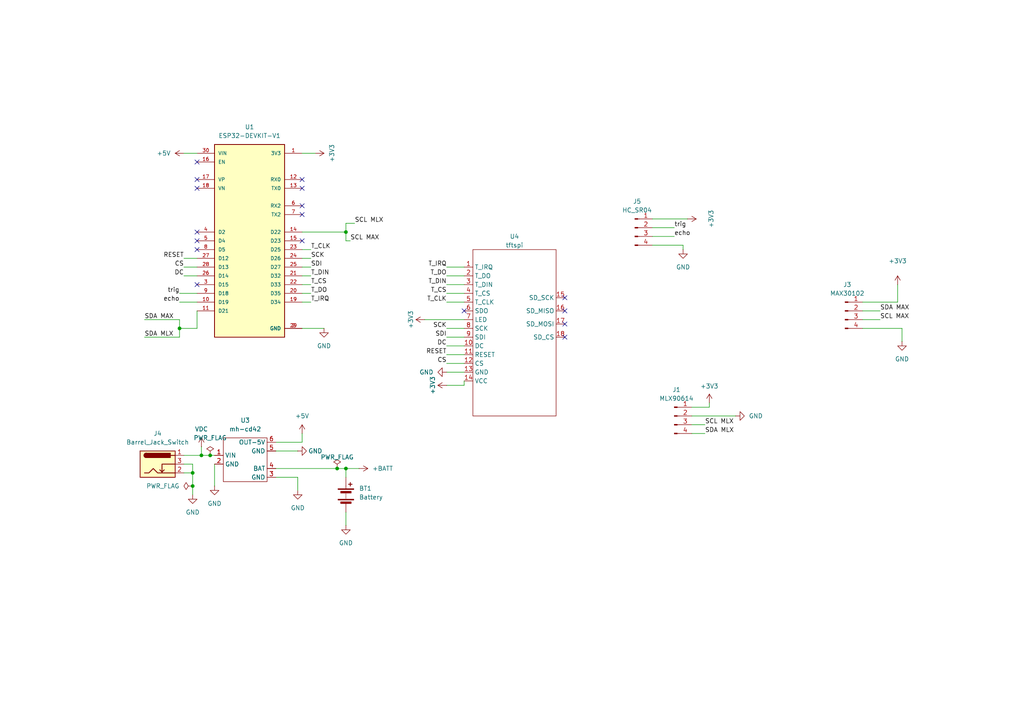
<source format=kicad_sch>
(kicad_sch (version 20231120) (generator "eeschema") (generator_version "8.0")
  (paper "A4")
  (lib_symbols
    (symbol "Conn_01x04_Pin_1" (pin_names (offset 1.016) hide)
      (property "Reference" "J1" (at 0.635 7.62 0))
      (property "Value" "HC_SR04" (at 0.635 5.08 0))
      (symbol "Conn_01x04_Pin_1_1_1"
        (polyline (pts (xy 1.27 -5.08) (xy 0.8636 -5.08)) (stroke (width 0.1524)))
        (polyline (pts (xy 1.27 -2.54) (xy 0.8636 -2.54)) (stroke (width 0.1524)))
        (polyline (pts (xy 1.27 0) (xy 0.8636 0)) (stroke (width 0.1524)))
        (polyline (pts (xy 1.27 2.54) (xy 0.8636 2.54)) (stroke (width 0.1524)))
        (rectangle (start 0.8636 -4.953) (end 0 -5.207) (stroke (width 0.1524)) (fill (type outline)))
        (rectangle (start 0.8636 -2.413) (end 0 -2.667) (stroke (width 0.1524)) (fill (type outline)))
        (rectangle (start 0.8636 0.127) (end 0 -0.127) (stroke (width 0.1524)) (fill (type outline)))
        (rectangle (start 0.8636 2.667) (end 0 2.413) (stroke (width 0.1524)) (fill (type outline)))
        (pin passive line (at 5.08 2.54 180) (length 3.81) (name "Pin_1") (number "1"))
        (pin passive line (at 5.08 0 180) (length 3.81) (name "Pin_2") (number "2"))
        (pin passive line (at 5.08 -2.54 180) (length 3.81) (name "Pin_3") (number "3"))
        (pin passive line (at 5.08 -5.08 180) (length 3.81) (name "Pin_4") (number "4"))
      )
    )
    (symbol "Connector:Barrel_Jack_Switch" (pin_names hide)
      (property "Reference" "J" (at 0 5.334 0))
      (property "Value" "Barrel_Jack_Switch" (at 0 -5.08 0))
      (symbol "Barrel_Jack_Switch_0_1"
        (rectangle (start -5.08 3.81) (end 5.08 -3.81) (stroke (width 0.254)) (fill (type background)))
        (arc (start -3.302 3.175) (mid -3.9343 2.54) (end -3.302 1.905) (stroke (width 0.254)))
        (arc (start -3.302 3.175) (mid -3.9343 2.54) (end -3.302 1.905) (stroke (width 0.254)) (fill (type outline)))
        (polyline (pts (xy 1.27 -2.286) (xy 1.905 -1.651)) (stroke (width 0.254)))
        (polyline (pts (xy 5.08 2.54) (xy 3.81 2.54)) (stroke (width 0.254)))
        (polyline (pts (xy 5.08 0) (xy 1.27 0) (xy 1.27 -2.286) (xy 0.635 -1.651)) (stroke (width 0.254)))
        (polyline (pts (xy -3.81 -2.54) (xy -2.54 -2.54) (xy -1.27 -1.27) (xy 0 -2.54) (xy 2.54 -2.54) (xy 5.08 -2.54)) (stroke (width 0.254)))
        (rectangle (start 3.683 3.175) (end -3.302 1.905) (stroke (width 0.254)) (fill (type outline)))
      )
      (symbol "Barrel_Jack_Switch_1_1"
        (pin passive line (at 7.62 2.54 180) (length 2.54) (name "~") (number "1"))
        (pin passive line (at 7.62 -2.54 180) (length 2.54) (name "~") (number "2"))
        (pin passive line (at 7.62 0 180) (length 2.54) (name "~") (number "3"))
      )
    )
    (symbol "Connector:Conn_01x04_Pin" (pin_names (offset 1.016) hide)
      (property "Reference" "J" (at 0 5.08 0))
      (property "Value" "Conn_01x04_Pin" (at 0 -7.62 0))
      (symbol "Conn_01x04_Pin_1_1"
        (polyline (pts (xy 1.27 -5.08) (xy 0.8636 -5.08)) (stroke (width 0.1524)))
        (polyline (pts (xy 1.27 -2.54) (xy 0.8636 -2.54)) (stroke (width 0.1524)))
        (polyline (pts (xy 1.27 0) (xy 0.8636 0)) (stroke (width 0.1524)))
        (polyline (pts (xy 1.27 2.54) (xy 0.8636 2.54)) (stroke (width 0.1524)))
        (rectangle (start 0.8636 -4.953) (end 0 -5.207) (stroke (width 0.1524)) (fill (type outline)))
        (rectangle (start 0.8636 -2.413) (end 0 -2.667) (stroke (width 0.1524)) (fill (type outline)))
        (rectangle (start 0.8636 0.127) (end 0 -0.127) (stroke (width 0.1524)) (fill (type outline)))
        (rectangle (start 0.8636 2.667) (end 0 2.413) (stroke (width 0.1524)) (fill (type outline)))
        (pin passive line (at 5.08 2.54 180) (length 3.81) (name "Pin_1") (number "1"))
        (pin passive line (at 5.08 0 180) (length 3.81) (name "Pin_2") (number "2"))
        (pin passive line (at 5.08 -2.54 180) (length 3.81) (name "Pin_3") (number "3"))
        (pin passive line (at 5.08 -5.08 180) (length 3.81) (name "Pin_4") (number "4"))
      )
    )
    (symbol "Device:Battery" (pin_numbers hide) (pin_names (offset 0) hide)
      (property "Reference" "BT" (at 2.54 2.54 0))
      (property "Value" "Battery" (at 2.54 0 0))
      (symbol "Battery_0_1"
        (rectangle (start -2.286 -1.27) (end 2.286 -1.524) (fill (type outline)))
        (rectangle (start -2.286 1.778) (end 2.286 1.524) (fill (type outline)))
        (rectangle (start -1.524 -2.032) (end 1.524 -2.54) (fill (type outline)))
        (rectangle (start -1.524 1.016) (end 1.524 0.508) (fill (type outline)))
        (polyline (pts (xy 0 -1.016) (xy 0 -0.762)))
        (polyline (pts (xy 0 -0.508) (xy 0 -0.254)))
        (polyline (pts (xy 0 0) (xy 0 0.254)))
        (polyline (pts (xy 0 1.778) (xy 0 2.54)))
        (polyline (pts (xy 0.762 3.048) (xy 1.778 3.048)) (stroke (width 0.254)))
        (polyline (pts (xy 1.27 3.556) (xy 1.27 2.54)) (stroke (width 0.254)))
      )
      (symbol "Battery_1_1"
        (pin passive line (at 0 5.08 270) (length 2.54) (name "+") (number "1"))
        (pin passive line (at 0 -5.08 90) (length 2.54) (name "-") (number "2"))
      )
    )
    (symbol "cd42:mh-cd42"
      (property "Reference" "U" (at 0 7.62 0))
      (property "Value" "mh-cd42" (at 0 -7.62 0))
      (symbol "mh-cd42_0_1"
        (rectangle (start -6.35 6.35) (end 6.35 -6.35))
      )
      (symbol "mh-cd42_1_1"
        (pin power_in line (at -8.89 1.27 0) (length 2.54) (name "VIN") (number "1"))
        (pin passive line (at -8.89 -1.27 0) (length 2.54) (name "GND") (number "2"))
        (pin passive line (at 8.89 -5.08 180) (length 2.54) (name "GND") (number "3"))
        (pin passive line (at 8.89 -2.54 180) (length 2.54) (name "BAT") (number "4"))
        (pin passive line (at 8.89 2.54 180) (length 2.54) (name "GND") (number "5"))
        (pin power_out line (at 8.89 5.08 180) (length 2.54) (name "OUT-5V") (number "6"))
      )
    )
    (symbol "devKit_esp_32:ESP32-DEVKIT-V1" (pin_names (offset 1.016))
      (property "Reference" "U" (at -10.16 30.48 0))
      (property "Value" "ESP32-DEVKIT-V1" (at -10.16 -30.48 0))
      (symbol "ESP32-DEVKIT-V1_0_0"
        (rectangle (start -10.16 -27.94) (end 10.16 27.94) (stroke (width 0.254)) (fill (type background)))
        (pin output line (at 15.24 25.4 180) (length 5.08) (name "3V3") (number "1"))
        (pin bidirectional line (at -15.24 -17.78 0) (length 5.08) (name "D19") (number "10"))
        (pin bidirectional line (at -15.24 -20.32 0) (length 5.08) (name "D21") (number "11"))
        (pin input line (at 15.24 17.78 180) (length 5.08) (name "RX0") (number "12"))
        (pin output line (at 15.24 15.24 180) (length 5.08) (name "TX0") (number "13"))
        (pin bidirectional line (at 15.24 2.54 180) (length 5.08) (name "D22") (number "14"))
        (pin bidirectional line (at 15.24 0 180) (length 5.08) (name "D23") (number "15"))
        (pin input line (at -15.24 22.86 0) (length 5.08) (name "EN") (number "16"))
        (pin bidirectional line (at -15.24 17.78 0) (length 5.08) (name "VP") (number "17"))
        (pin bidirectional line (at -15.24 15.24 0) (length 5.08) (name "VN") (number "18"))
        (pin bidirectional line (at 15.24 -17.78 180) (length 5.08) (name "D34") (number "19"))
        (pin power_in line (at 15.24 -25.4 180) (length 5.08) (name "GND") (number "2"))
        (pin bidirectional line (at 15.24 -15.24 180) (length 5.08) (name "D35") (number "20"))
        (pin bidirectional line (at 15.24 -10.16 180) (length 5.08) (name "D32") (number "21"))
        (pin bidirectional line (at 15.24 -12.7 180) (length 5.08) (name "D33") (number "22"))
        (pin bidirectional line (at 15.24 -2.54 180) (length 5.08) (name "D25") (number "23"))
        (pin bidirectional line (at 15.24 -5.08 180) (length 5.08) (name "D26") (number "24"))
        (pin bidirectional line (at 15.24 -7.62 180) (length 5.08) (name "D27") (number "25"))
        (pin bidirectional line (at -15.24 -10.16 0) (length 5.08) (name "D14") (number "26"))
        (pin bidirectional line (at -15.24 -5.08 0) (length 5.08) (name "D12") (number "27"))
        (pin bidirectional line (at -15.24 -7.62 0) (length 5.08) (name "D13") (number "28"))
        (pin power_in line (at 15.24 -25.4 180) (length 5.08) (name "GND") (number "29"))
        (pin bidirectional line (at -15.24 -12.7 0) (length 5.08) (name "D15") (number "3"))
        (pin input line (at -15.24 25.4 0) (length 5.08) (name "VIN") (number "30"))
        (pin bidirectional line (at -15.24 2.54 0) (length 5.08) (name "D2") (number "4"))
        (pin bidirectional line (at -15.24 0 0) (length 5.08) (name "D4") (number "5"))
        (pin input line (at 15.24 10.16 180) (length 5.08) (name "RX2") (number "6"))
        (pin output line (at 15.24 7.62 180) (length 5.08) (name "TX2") (number "7"))
        (pin bidirectional line (at -15.24 -2.54 0) (length 5.08) (name "D5") (number "8"))
        (pin bidirectional line (at -15.24 -15.24 0) (length 5.08) (name "D18") (number "9"))
      )
    )
    (symbol "power:+3V3" (power) (pin_numbers hide) (pin_names (offset 0) hide)
      (property "Value" "+3V3" (at 0 3.556 0))
      (symbol "+3V3_0_1"
        (polyline (pts (xy -0.762 1.27) (xy 0 2.54)))
        (polyline (pts (xy 0 0) (xy 0 2.54)))
        (polyline (pts (xy 0 2.54) (xy 0.762 1.27)))
      )
      (symbol "+3V3_1_1"
        (pin power_in line (at 0 0 90) (length 0) (name "~") (number "1"))
      )
    )
    (symbol "power:+5V" (power) (pin_numbers hide) (pin_names (offset 0) hide)
      (property "Value" "+5V" (at 0 3.556 0))
      (symbol "+5V_0_1"
        (polyline (pts (xy -0.762 1.27) (xy 0 2.54)))
        (polyline (pts (xy 0 0) (xy 0 2.54)))
        (polyline (pts (xy 0 2.54) (xy 0.762 1.27)))
      )
      (symbol "+5V_1_1"
        (pin power_in line (at 0 0 90) (length 0) (name "~") (number "1"))
      )
    )
    (symbol "power:+BATT" (power) (pin_numbers hide) (pin_names (offset 0) hide)
      (property "Value" "+BATT" (at 0 3.556 0))
      (symbol "+BATT_0_1"
        (polyline (pts (xy -0.762 1.27) (xy 0 2.54)))
        (polyline (pts (xy 0 0) (xy 0 2.54)))
        (polyline (pts (xy 0 2.54) (xy 0.762 1.27)))
      )
      (symbol "+BATT_1_1"
        (pin power_in line (at 0 0 90) (length 0) (name "~") (number "1"))
      )
    )
    (symbol "power:GND" (power) (pin_numbers hide) (pin_names (offset 0) hide)
      (property "Value" "GND" (at 0 -3.81 0))
      (symbol "GND_0_1"
        (polyline (pts (xy 0 0) (xy 0 -1.27) (xy 1.27 -1.27) (xy 0 -2.54) (xy -1.27 -1.27) (xy 0 -1.27)))
      )
      (symbol "GND_1_1"
        (pin power_in line (at 0 0 270) (length 0) (name "~") (number "1"))
      )
    )
    (symbol "power:PWR_FLAG" (power) (pin_numbers hide) (pin_names (offset 0) hide)
      (property "Value" "PWR_FLAG" (at 0 3.81 0))
      (symbol "PWR_FLAG_0_0"
        (pin power_out line (at 0 0 90) (length 0) (name "~") (number "1"))
      )
      (symbol "PWR_FLAG_0_1"
        (polyline (pts (xy 0 0) (xy 0 1.27) (xy -1.016 1.905) (xy 0 2.54) (xy 1.016 1.905) (xy 0 1.27)))
      )
    )
    (symbol "power:VDC" (power) (pin_numbers hide) (pin_names (offset 0) hide)
      (property "Value" "VDC" (at 0 3.556 0))
      (symbol "VDC_0_1"
        (polyline (pts (xy -0.762 1.27) (xy 0 2.54)))
        (polyline (pts (xy 0 0) (xy 0 2.54)))
        (polyline (pts (xy 0 2.54) (xy 0.762 1.27)))
      )
      (symbol "VDC_1_1"
        (pin power_in line (at 0 0 90) (length 0) (name "~") (number "1"))
      )
    )
    (symbol "tftspi_1"
      (property "Reference" "U" (at 0 0 0))
      (symbol "tftspi_1_0_1"
        (rectangle (start -11.43 12.7) (end 12.7 -35.56))
      )
      (symbol "tftspi_1_1_1"
        (pin passive line (at -13.97 7.62 0) (length 2.54) (name "T_IRQ") (number "1"))
        (pin passive line (at -13.97 -15.24 0) (length 2.54) (name "DC") (number "10"))
        (pin passive line (at -13.97 -17.78 0) (length 2.54) (name "RESET") (number "11"))
        (pin passive line (at -13.97 -20.32 0) (length 2.54) (name "CS") (number "12"))
        (pin passive line (at -13.97 -22.86 0) (length 2.54) (name "GND") (number "13"))
        (pin power_in line (at -13.97 -25.4 0) (length 2.54) (name "VCC") (number "14"))
        (pin passive line (at 15.24 -1.27 180) (length 2.54) (name "SD_SCK") (number "15"))
        (pin passive line (at 15.24 -5.08 180) (length 2.54) (name "SD_MISO") (number "16"))
        (pin passive line (at 15.24 -8.89 180) (length 2.54) (name "SD_MOSI") (number "17"))
        (pin passive line (at 15.24 -12.7 180) (length 2.54) (name "SD_CS") (number "18"))
        (pin passive line (at -13.97 5.08 0) (length 2.54) (name "T_DO") (number "2"))
        (pin passive line (at -13.97 2.54 0) (length 2.54) (name "T_DIN") (number "3"))
        (pin passive line (at -13.97 0 0) (length 2.54) (name "T_CS") (number "4"))
        (pin passive line (at -13.97 -2.54 0) (length 2.54) (name "T_CLK") (number "5"))
        (pin passive line (at -13.97 -5.08 0) (length 2.54) (name "SDO") (number "6"))
        (pin passive line (at -13.97 -7.62 0) (length 2.54) (name "LED") (number "7"))
        (pin passive line (at -13.97 -10.16 0) (length 2.54) (name "SCK") (number "8"))
        (pin passive line (at -13.97 -12.7 0) (length 2.54) (name "SDI") (number "9"))
      )
    )
  )
  (junction (at 58.42 132.08))
  (junction (at 55.88 140.97))
  (junction (at 97.79 135.89))
  (junction (at 100.33 67.31))
  (junction (at 55.88 137.16))
  (junction (at 100.33 135.89))
  (junction (at 60.96 132.08))
  (junction (at 52.07 95.25))
  (no_connect (at 57.15 82.55))
  (no_connect (at 163.83 86.36))
  (no_connect (at 57.15 52.07))
  (no_connect (at 163.83 97.79))
  (no_connect (at 87.63 52.07))
  (no_connect (at 57.15 72.39))
  (no_connect (at 87.63 62.23))
  (no_connect (at 57.15 46.99))
  (no_connect (at 134.62 90.17))
  (no_connect (at 87.63 54.61))
  (no_connect (at 163.83 93.98))
  (no_connect (at 87.63 69.85))
  (no_connect (at 57.15 67.31))
  (no_connect (at 57.15 54.61))
  (no_connect (at 57.15 69.85))
  (no_connect (at 87.63 59.69))
  (no_connect (at 163.83 90.17))
  (wire (pts (xy 250.19 92.71) (xy 255.27 92.71)))
  (wire (pts (xy 100.33 64.77) (xy 100.33 67.31)))
  (wire (pts (xy 57.15 95.25) (xy 57.15 90.17)))
  (wire (pts (xy 129.54 95.25) (xy 134.62 95.25)))
  (wire (pts (xy 129.54 77.47) (xy 134.62 77.47)))
  (wire (pts (xy 129.54 107.95) (xy 134.62 107.95)))
  (wire (pts (xy 87.63 67.31) (xy 100.33 67.31)))
  (wire (pts (xy 58.42 129.54) (xy 58.42 132.08)))
  (wire (pts (xy 100.33 135.89) (xy 97.79 135.89)))
  (wire (pts (xy 62.23 134.62) (xy 62.23 140.97)))
  (wire (pts (xy 189.23 63.5) (xy 199.39 63.5)))
  (wire (pts (xy 52.07 92.71) (xy 41.91 92.71)))
  (wire (pts (xy 250.19 90.17) (xy 255.27 90.17)))
  (wire (pts (xy 53.34 44.45) (xy 57.15 44.45)))
  (wire (pts (xy 189.23 66.04) (xy 195.58 66.04)))
  (wire (pts (xy 100.33 135.89) (xy 104.14 135.89)))
  (wire (pts (xy 189.23 68.58) (xy 195.58 68.58)))
  (wire (pts (xy 80.01 128.27) (xy 87.63 128.27)))
  (wire (pts (xy 87.63 128.27) (xy 87.63 125.73)))
  (wire (pts (xy 129.54 105.41) (xy 134.62 105.41)))
  (wire (pts (xy 200.66 125.73) (xy 204.47 125.73)))
  (wire (pts (xy 87.63 95.25) (xy 93.98 95.25)))
  (wire (pts (xy 53.34 77.47) (xy 57.15 77.47)))
  (wire (pts (xy 53.34 74.93) (xy 57.15 74.93)))
  (wire (pts (xy 52.07 95.25) (xy 52.07 97.79)))
  (wire (pts (xy 100.33 135.89) (xy 100.33 138.43)))
  (wire (pts (xy 55.88 134.62) (xy 55.88 137.16)))
  (wire (pts (xy 53.34 80.01) (xy 57.15 80.01)))
  (wire (pts (xy 102.87 64.77) (xy 100.33 64.77)))
  (wire (pts (xy 87.63 85.09) (xy 90.17 85.09)))
  (wire (pts (xy 55.88 140.97) (xy 55.88 143.51)))
  (wire (pts (xy 52.07 85.09) (xy 57.15 85.09)))
  (wire (pts (xy 261.62 95.25) (xy 250.19 95.25)))
  (wire (pts (xy 205.74 118.11) (xy 205.74 116.84)))
  (wire (pts (xy 55.88 137.16) (xy 53.34 137.16)))
  (wire (pts (xy 100.33 148.59) (xy 100.33 152.4)))
  (wire (pts (xy 129.54 85.09) (xy 134.62 85.09)))
  (wire (pts (xy 87.63 80.01) (xy 90.17 80.01)))
  (wire (pts (xy 86.36 138.43) (xy 86.36 142.24)))
  (wire (pts (xy 129.54 87.63) (xy 134.62 87.63)))
  (wire (pts (xy 52.07 87.63) (xy 57.15 87.63)))
  (wire (pts (xy 100.33 69.85) (xy 101.6 69.85)))
  (wire (pts (xy 200.66 123.19) (xy 204.47 123.19)))
  (wire (pts (xy 100.33 67.31) (xy 100.33 69.85)))
  (wire (pts (xy 200.66 120.65) (xy 213.36 120.65)))
  (wire (pts (xy 58.42 132.08) (xy 60.96 132.08)))
  (wire (pts (xy 260.35 87.63) (xy 260.35 82.55)))
  (wire (pts (xy 129.54 111.76) (xy 134.62 111.76)))
  (wire (pts (xy 129.54 82.55) (xy 134.62 82.55)))
  (wire (pts (xy 97.79 135.89) (xy 80.01 135.89)))
  (wire (pts (xy 87.63 72.39) (xy 90.17 72.39)))
  (wire (pts (xy 129.54 102.87) (xy 134.62 102.87)))
  (wire (pts (xy 80.01 130.81) (xy 86.36 130.81)))
  (wire (pts (xy 52.07 95.25) (xy 57.15 95.25)))
  (wire (pts (xy 55.88 137.16) (xy 55.88 140.97)))
  (wire (pts (xy 87.63 77.47) (xy 90.17 77.47)))
  (wire (pts (xy 87.63 87.63) (xy 90.17 87.63)))
  (wire (pts (xy 87.63 44.45) (xy 91.44 44.45)))
  (wire (pts (xy 129.54 100.33) (xy 134.62 100.33)))
  (wire (pts (xy 123.19 92.71) (xy 134.62 92.71)))
  (wire (pts (xy 87.63 82.55) (xy 90.17 82.55)))
  (wire (pts (xy 129.54 97.79) (xy 134.62 97.79)))
  (wire (pts (xy 261.62 99.06) (xy 261.62 95.25)))
  (wire (pts (xy 80.01 138.43) (xy 86.36 138.43)))
  (wire (pts (xy 87.63 74.93) (xy 90.17 74.93)))
  (wire (pts (xy 189.23 71.12) (xy 198.12 71.12)))
  (wire (pts (xy 53.34 134.62) (xy 55.88 134.62)))
  (wire (pts (xy 52.07 92.71) (xy 52.07 95.25)))
  (wire (pts (xy 53.34 132.08) (xy 58.42 132.08)))
  (wire (pts (xy 41.91 97.79) (xy 52.07 97.79)))
  (wire (pts (xy 134.62 110.49) (xy 134.62 111.76)))
  (wire (pts (xy 198.12 71.12) (xy 198.12 72.39)))
  (wire (pts (xy 129.54 80.01) (xy 134.62 80.01)))
  (wire (pts (xy 200.66 118.11) (xy 205.74 118.11)))
  (wire (pts (xy 60.96 132.08) (xy 62.23 132.08)))
  (wire (pts (xy 250.19 87.63) (xy 260.35 87.63)))
  (label "trig" (at 52.07 85.09 180))
  (label "T_CS" (at 129.54 85.09 180))
  (label "SCL MAX" (at 101.6 69.85 0))
  (label "T_CLK" (at 90.17 72.39 0))
  (label "T_IRQ" (at 129.54 77.47 180))
  (label "CS" (at 53.34 77.47 180))
  (label "SDA MAX" (at 255.27 90.17 0))
  (label "SDI" (at 90.17 77.47 0))
  (label "echo" (at 52.07 87.63 180))
  (label "SCL MLX" (at 102.87 64.77 0))
  (label "RESET" (at 129.54 102.87 180))
  (label "DC" (at 129.54 100.33 180))
  (label "SCK" (at 129.54 95.25 180))
  (label "SCL MLX" (at 204.47 123.19 0))
  (label "CS" (at 129.54 105.41 180))
  (label "SDA MLX" (at 204.47 125.73 0))
  (label "trig" (at 195.58 66.04 0))
  (label "RESET" (at 53.34 74.93 180))
  (label "SDA MLX" (at 41.91 97.79 0))
  (label "T_IRQ" (at 90.17 87.63 0))
  (label "T_CS" (at 90.17 82.55 0))
  (label "DC" (at 53.34 80.01 180))
  (label "SCL MAX" (at 255.27 92.71 0))
  (label "T_DIN" (at 90.17 80.01 0))
  (label "T_DO" (at 90.17 85.09 0))
  (label "echo" (at 195.58 68.58 0))
  (label "T_DIN" (at 129.54 82.55 180))
  (label "SCK" (at 90.17 74.93 0))
  (label "T_CLK" (at 129.54 87.63 180))
  (label "T_DO" (at 129.54 80.01 180))
  (label "SDA MAX" (at 41.91 92.71 0))
  (label "SDI" (at 129.54 97.79 180))
  (symbol (lib_id "power:GND") (at 198.12 72.39 0) (unit 1)
    (property "Reference" "#PWR021" (effects (hide yes)))
    (property "Value" "GND" (at 198.12 77.47 0))
    (property "Description" "Power symbol creates a global label with name \"GND\" , ground" (effects (hide yes)))
  )
  (symbol (lib_id "power:+3V3") (at 123.19 92.71 90) (unit 1)
    (property "Reference" "#PWR018" (effects (hide yes)))
    (property "Value" "+3V3" (at 119.126 92.71 0))
    (property "Description" "Power symbol creates a global label with name \"+3V3\"" (effects (hide yes)))
  )
  (symbol (lib_id "power:+5V") (at 87.63 125.73 0) (unit 1)
    (property "Reference" "#PWR02" (effects (hide yes)))
    (property "Value" "+5V" (at 87.63 120.65 0))
    (property "Description" "Power symbol creates a global label with name \"+5V\"" (effects (hide yes)))
  )
  (symbol (lib_id "power:PWR_FLAG") (at 97.79 135.89 0) (unit 1)
    (property "Reference" "#FLG02" (effects (hide yes)))
    (property "Value" "PWR_FLAG" (at 97.79 132.588 0))
    (property "Description" "Special symbol for telling ERC where power comes from" (effects (hide yes)))
  )
  (symbol (lib_id "power:+3V3") (at 205.74 116.84 0) (unit 1)
    (property "Reference" "#PWR05" (effects (hide yes)))
    (property "Value" "+3V3" (at 205.74 112.014 0))
    (property "Description" "Power symbol creates a global label with name \"+3V3\"" (effects (hide yes)))
  )
  (symbol (lib_id "power:+5V") (at 53.34 44.45 90) (unit 1)
    (property "Reference" "#PWR019" (effects (hide yes)))
    (property "Value" "+5V" (at 49.53 44.4499 90) (effects (justify left)))
    (property "Description" "Power symbol creates a global label with name \"+5V\"" (effects (hide yes)))
  )
  (symbol (lib_id "power:GND") (at 86.36 130.81 90) (unit 1)
    (property "Reference" "#PWR012" (effects (hide yes)))
    (property "Value" "GND" (at 89.408 130.81 90) (effects (justify right)))
    (property "Description" "Power symbol creates a global label with name \"GND\" , ground" (effects (hide yes)))
  )
  (symbol (lib_id "power:VDC") (at 58.42 129.54 0) (unit 1)
    (property "Reference" "#PWR016" (effects (hide yes)))
    (property "Value" "VDC" (at 58.42 124.46 0))
    (property "Description" "Power symbol creates a global label with name \"VDC\"" (effects (hide yes)))
  )
  (symbol (lib_id "power:+3V3") (at 91.44 44.45 270) (unit 1)
    (property "Reference" "#PWR020" (effects (hide yes)))
    (property "Value" "+3V3" (at 96.266 44.45 0))
    (property "Description" "Power symbol creates a global label with name \"+3V3\"" (effects (hide yes)))
  )
  (symbol (lib_name "tftspi_1") (lib_id "tftspi:tftspi") (at 148.59 85.09 0) (unit 1)
    (property "Reference" "U4" (at 149.225 68.58 0))
    (property "Value" "tftspi" (at 149.225 71.12 0))
    (property "Footprint" "tftspi:tftspi" (effects (hide yes)))
  )
  (symbol (lib_id "Connector:Conn_01x04_Pin") (at 195.58 120.65 0) (unit 1)
    (property "Reference" "J1" (at 196.215 113.03 0))
    (property "Value" "MLX90614" (at 196.215 115.57 0))
    (property "Footprint" "Connector_PinHeader_2.54mm:PinHeader_1x04_P2.54mm_Vertical" (effects (hide yes)))
    (property "Description" "Generic connector, single row, 01x04, script generated" (effects (hide yes)))
  )
  (symbol (lib_id "Connector:Barrel_Jack_Switch") (at 45.72 134.62 0) (unit 1)
    (property "Reference" "J4" (at 45.72 125.73 0))
    (property "Value" "Barrel_Jack_Switch" (at 45.72 128.27 0))
    (property "Footprint" "Connector_BarrelJack:BarrelJack_Horizontal" (effects (hide yes)))
    (property "Description" "DC Barrel Jack with an internal switch" (effects (hide yes)))
  )
  (symbol (lib_id "devKit_esp_32:ESP32-DEVKIT-V1") (at 72.39 69.85 0) (unit 1)
    (property "Reference" "U1" (at 72.39 36.83 0))
    (property "Value" "ESP32-DEVKIT-V1" (at 72.39 39.37 0))
    (property "Footprint" "devkit_esp_32:MODULE_ESP32_DEVKIT_V1" (effects (hide yes)))
    (property "MF" "Do it" (effects (hide yes)))
    (property "MAXIMUM_PACKAGE_HEIGHT" "6.8 mm" (effects (hide yes)))
    (property "Package" "None" (effects (hide yes)))
    (property "Price" "None" (effects (hide yes)))
    (property "Check_prices" "https://www.snapeda.com/parts/ESP32-DEVKIT-V1/Do+it/view-part/?ref=eda" (effects (hide yes)))
    (property "STANDARD" "Manufacturer Recommendations" (effects (hide yes)))
    (property "PARTREV" "N/A" (effects (hide yes)))
    (property "SnapEDA_Link" "https://www.snapeda.com/parts/ESP32-DEVKIT-V1/Do+it/view-part/?ref=snap" (effects (hide yes)))
    (property "MP" "ESP32-DEVKIT-V1" (effects (hide yes)))
    (property "Description_1" "\nDual core, Wi-Fi: 2.4 GHz up to 150 Mbits/s,BLE (Bluetooth Low Energy) and legacy Bluetooth, 32 bits, Up to 240 MHz\n" (effects (hide yes)))
    (property "Availability" "Not in stock" (effects (hide yes)))
    (property "MANUFACTURER" "DOIT" (effects (hide yes)))
  )
  (symbol (lib_id "power:PWR_FLAG") (at 55.88 140.97 90) (unit 1)
    (property "Reference" "#FLG03" (effects (hide yes)))
    (property "Value" "PWR_FLAG" (at 52.07 140.9699 90) (effects (justify left)))
    (property "Description" "Special symbol for telling ERC where power comes from" (effects (hide yes)))
  )
  (symbol (lib_id "power:GND") (at 129.54 107.95 270) (unit 1)
    (property "Reference" "#PWR01" (effects (hide yes)))
    (property "Value" "GND" (at 125.73 107.9499 90) (effects (justify right)))
    (property "Description" "Power symbol creates a global label with name \"GND\" , ground" (effects (hide yes)))
  )
  (symbol (lib_id "power:GND") (at 261.62 99.06 0) (unit 1)
    (property "Reference" "#PWR09" (effects (hide yes)))
    (property "Value" "GND" (at 261.62 104.14 0))
    (property "Description" "Power symbol creates a global label with name \"GND\" , ground" (effects (hide yes)))
  )
  (symbol (lib_id "power:GND") (at 55.88 143.51 0) (unit 1)
    (property "Reference" "#PWR014" (effects (hide yes)))
    (property "Value" "GND" (at 55.88 148.59 0))
    (property "Description" "Power symbol creates a global label with name \"GND\" , ground" (effects (hide yes)))
  )
  (symbol (lib_id "Connector:Conn_01x04_Pin") (at 245.11 90.17 0) (unit 1)
    (property "Reference" "J3" (at 245.745 82.55 0))
    (property "Value" "MAX30102" (at 245.745 85.09 0))
    (property "Footprint" "Connector_PinHeader_2.54mm:PinHeader_1x04_P2.54mm_Vertical" (effects (hide yes)))
    (property "Description" "Generic connector, single row, 01x04, script generated" (effects (hide yes)))
  )
  (symbol (lib_id "cd42:mh-cd42") (at 71.12 133.35 0) (unit 1)
    (property "Reference" "U3" (at 71.12 121.92 0))
    (property "Value" "mh-cd42" (at 71.12 124.46 0))
    (property "Footprint" "cd42:mh-cd42" (effects (hide yes)))
  )
  (symbol (lib_id "power:+3V3") (at 129.54 111.76 90) (unit 1)
    (property "Reference" "#PWR017" (effects (hide yes)))
    (property "Value" "+3V3" (at 125.476 111.76 0))
    (property "Description" "Power symbol creates a global label with name \"+3V3\"" (effects (hide yes)))
  )
  (symbol (lib_id "power:+BATT") (at 104.14 135.89 270) (unit 1)
    (property "Reference" "#PWR013" (effects (hide yes)))
    (property "Value" "+BATT" (at 107.95 135.8899 90) (effects (justify left)))
    (property "Description" "Power symbol creates a global label with name \"+BATT\"" (effects (hide yes)))
  )
  (symbol (lib_id "power:GND") (at 213.36 120.65 90) (unit 1)
    (property "Reference" "#PWR06" (effects (hide yes)))
    (property "Value" "GND" (at 217.17 120.6499 90) (effects (justify right)))
    (property "Description" "Power symbol creates a global label with name \"GND\" , ground" (effects (hide yes)))
  )
  (symbol (lib_id "power:+3V3") (at 260.35 82.55 0) (unit 1)
    (property "Reference" "#PWR010" (effects (hide yes)))
    (property "Value" "+3V3" (at 260.35 75.692 0))
    (property "Description" "Power symbol creates a global label with name \"+3V3\"" (effects (hide yes)))
  )
  (symbol (lib_name "Conn_01x04_Pin_1") (lib_id "Connector:Conn_01x04_Pin") (at 184.15 66.04 0) (unit 1)
    (property "Reference" "J5" (at 184.785 58.42 0))
    (property "Value" "HC_SR04" (at 184.785 60.96 0))
    (property "Footprint" "Connector_PinHeader_2.54mm:PinHeader_1x04_P2.54mm_Vertical" (effects (hide yes)))
    (property "Description" "Generic connector, single row, 01x04, script generated" (effects (hide yes)))
  )
  (symbol (lib_id "Device:Battery") (at 100.33 143.51 0) (unit 1)
    (property "Reference" "BT1" (at 104.14 141.6684 0) (effects (justify left)))
    (property "Value" "Battery" (at 104.14 144.2084 0) (effects (justify left)))
    (property "Footprint" "Battery:BatteryHolder_MPD_BH-18650-PC2" (effects (hide yes)))
    (property "Description" "Multiple-cell battery" (effects (hide yes)))
  )
  (symbol (lib_id "power:GND") (at 86.36 142.24 0) (unit 1)
    (property "Reference" "#PWR04" (effects (hide yes)))
    (property "Value" "GND" (at 86.36 147.32 0))
    (property "Description" "Power symbol creates a global label with name \"GND\" , ground" (effects (hide yes)))
  )
  (symbol (lib_id "power:+3V3") (at 199.39 63.5 270) (unit 1)
    (property "Reference" "#PWR022" (effects (hide yes)))
    (property "Value" "+3V3" (at 206.248 63.5 0))
    (property "Description" "Power symbol creates a global label with name \"+3V3\"" (effects (hide yes)))
  )
  (symbol (lib_id "power:PWR_FLAG") (at 60.96 132.08 0) (unit 1)
    (property "Reference" "#FLG01" (effects (hide yes)))
    (property "Value" "PWR_FLAG" (at 60.96 127 0))
    (property "Description" "Special symbol for telling ERC where power comes from" (effects (hide yes)))
  )
  (symbol (lib_id "power:GND") (at 100.33 152.4 0) (unit 1)
    (property "Reference" "#PWR03" (effects (hide yes)))
    (property "Value" "GND" (at 100.33 157.48 0))
    (property "Description" "Power symbol creates a global label with name \"GND\" , ground" (effects (hide yes)))
  )
  (symbol (lib_id "power:GND") (at 62.23 140.97 0) (unit 1)
    (property "Reference" "#PWR015" (effects (hide yes)))
    (property "Value" "GND" (at 62.23 146.05 0))
    (property "Description" "Power symbol creates a global label with name \"GND\" , ground" (effects (hide yes)))
  )
  (symbol (lib_id "power:GND") (at 93.98 95.25 0) (unit 1)
    (property "Reference" "#PWR011" (effects (hide yes)))
    (property "Value" "GND" (at 93.98 100.33 0))
    (property "Description" "Power symbol creates a global label with name \"GND\" , ground" (effects (hide yes)))
  )
)
</source>
